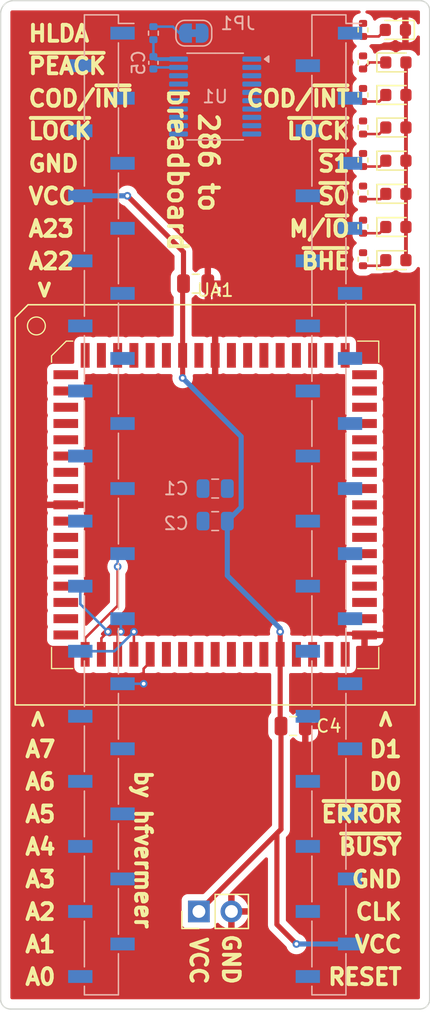
<source format=kicad_pcb>
(kicad_pcb (version 20240108) (generator "pcbnew") (generator_version "8.0")
  (layers (0 "F.Cu" signal) (31 "B.Cu" signal) (34 "B.Paste" user) (35 "F.Paste" user) (36 "B.SilkS" user "B.Silkscreen") (37 "F.SilkS" user "F.Silkscreen") (38 "B.Mask" user) (39 "F.Mask" user) (44 "Edge.Cuts" user))
  (net 0 "")
  (net 6 "/A20")
  (net 7 "/A3")
  (net 8 "/CLK")
  (net 9 "/HLDA")
  (net 10 "VCC")
  (net 11 "/~{BUSY}")
  (net 12 "/A6")
  (net 13 "/A10")
  (net 14 "/NMI")
  (net 15 "/~{LOCK}")
  (net 16 "/D10")
  (net 17 "/D8")
  (net 18 "GND")
  (net 19 "/A12")
  (net 20 "/RESET")
  (net 21 "/~{S1}")
  (net 22 "/~{ERROR}")
  (net 23 "/A16")
  (net 24 "/D11")
  (net 25 "/D5")
  (net 26 "/A21")
  (net 27 "/A0")
  (net 28 "/HOLD")
  (net 29 "/A1")
  (net 30 "/A13")
  (net 31 "/A18")
  (net 32 "/M{slash}~{IO}")
  (net 33 "/A14")
  (net 34 "/A22")
  (net 35 "/D12")
  (net 36 "/D7")
  (net 37 "/PEREQ")
  (net 38 "/A9")
  (net 39 "/D4")
  (net 40 "/D9")
  (net 41 "/~{S0}")
  (net 42 "/A2")
  (net 43 "/D0")
  (net 44 "/A11")
  (net 45 "/A7")
  (net 46 "/~{READY}")
  (net 47 "/COD{slash}~{INTA}")
  (net 48 "/A23")
  (net 49 "/D14")
  (net 50 "/A5")
  (net 51 "/A15")
  (net 52 "/D13")
  (net 53 "/A4")
  (net 54 "/D6")
  (net 55 "/A8")
  (net 56 "/INTR")
  (net 57 "/~{BHE}")
  (net 58 "/~{PEACK}")
  (net 59 "/D15")
  (net 60 "/A17")
  (net 61 "/D1")
  (net 62 "/D2")
  (net 63 "/D3")
  (net 64 "/A19")
  (net 65 "Net-(D1-A)")
  (net 66 "Net-(D2-K)")
  (net 67 "Net-(D3-K)")
  (net 68 "Net-(D4-K)")
  (net 69 "Net-(D5-K)")
  (net 70 "Net-(D6-K)")
  (net 71 "Net-(D7-K)")
  (net 72 "Net-(D8-K)")
  (net 73 "Net-(U1-1Y0)")
  (net 74 "Net-(U1-1Y1)")
  (net 75 "Net-(U1-1Y2)")
  (net 76 "Net-(U1-1Y3)")
  (net 77 "Net-(U1-2Y0)")
  (net 78 "Net-(U1-2Y1)")
  (net 79 "Net-(U1-2Y2)")
  (net 80 "Net-(U1-2Y3)")
  (net 81 "Net-(UA1-CAP)")
  (net 82 "/LED")
  (footprint "LED_SMD:LED_0603_1608Metric" (layer "F.Cu") (at 162.7125 61.01)
    (property "Reference" "D5" (hide yes))
    (property "Value" "HLDA" (hide yes))
    (pad "1" smd roundrect (at -0.7875 0) (size 0.875 0.95) (layers "F.Cu" "F.Paste" "F.Mask") (net 69 "Net-(D5-K)"))
    (pad "2" smd roundrect (at 0.7875 0) (size 0.875 0.95) (layers "F.Cu" "F.Paste" "F.Mask") (net 10 "VCC"))
  )
  (footprint "286_plcc_socket:PLCC-68_SMD-Socket" (layer "F.Cu") (at 148.59 87.884)
    (property "Reference" "UA1" (at 0 -16.764 360) (layer "F.SilkS"))
    (property "Value" "80286_PLCC" (hide yes))
    (pad "1" smd rect (at -11.6725 -10.16) (size 1.925 0.7) (layers "F.Cu" "F.Paste" "F.Mask") (net 57 "/~{BHE}"))
    (pad "2" smd rect (at -11.6725 -8.89) (size 1.925 0.7) (layers "F.Cu" "F.Paste" "F.Mask"))
    (pad "3" smd rect (at -11.6725 -7.62) (size 1.925 0.7) (layers "F.Cu" "F.Paste" "F.Mask"))
    (pad "4" smd rect (at -11.6725 -6.35) (size 1.925 0.7) (layers "F.Cu" "F.Paste" "F.Mask") (net 21 "/~{S1}"))
    (pad "5" smd rect (at -11.6725 -5.08) (size 1.925 0.7) (layers "F.Cu" "F.Paste" "F.Mask") (net 41 "/~{S0}"))
    (pad "6" smd rect (at -11.6725 -3.81) (size 1.925 0.7) (layers "F.Cu" "F.Paste" "F.Mask") (net 58 "/~{PEACK}"))
    (pad "7" smd rect (at -11.6725 -2.54) (size 1.925 0.7) (layers "F.Cu" "F.Paste" "F.Mask") (net 48 "/A23"))
    (pad "8" smd rect (at -11.6725 -1.27) (size 1.925 0.7) (layers "F.Cu" "F.Paste" "F.Mask") (net 34 "/A22"))
    (pad "9" smd rect (at -11.6725 0) (size 1.925 0.7) (layers "F.Cu" "F.Paste" "F.Mask") (net 18 "GND"))
    (pad "10" smd rect (at -11.6725 1.27) (size 1.925 0.7) (layers "F.Cu" "F.Paste" "F.Mask") (net 26 "/A21"))
    (pad "11" smd rect (at -11.6725 2.54) (size 1.925 0.7) (layers "F.Cu" "F.Paste" "F.Mask") (net 6 "/A20"))
    (pad "12" smd rect (at -11.6725 3.81) (size 1.925 0.7) (layers "F.Cu" "F.Paste" "F.Mask") (net 64 "/A19"))
    (pad "13" smd rect (at -11.6725 5.08) (size 1.925 0.7) (layers "F.Cu" "F.Paste" "F.Mask") (net 31 "/A18"))
    (pad "14" smd rect (at -11.6725 6.35) (size 1.925 0.7) (layers "F.Cu" "F.Paste" "F.Mask") (net 60 "/A17"))
    (pad "15" smd rect (at -11.6725 7.62) (size 1.925 0.7) (layers "F.Cu" "F.Paste" "F.Mask") (net 23 "/A16"))
    (pad "16" smd rect (at -11.6725 8.89) (size 1.925 0.7) (layers "F.Cu" "F.Paste" "F.Mask") (net 51 "/A15"))
    (pad "17" smd rect (at -11.6725 10.16) (size 1.925 0.7) (layers "F.Cu" "F.Paste" "F.Mask") (net 33 "/A14"))
    (pad "18" smd rect (at -10.16 11.6725) (size 0.7 1.925) (layers "F.Cu" "F.Paste" "F.Mask") (net 30 "/A13"))
    (pad "19" smd rect (at -8.89 11.6725) (size 0.7 1.925) (layers "F.Cu" "F.Paste" "F.Mask") (net 19 "/A12"))
    (pad "20" smd rect (at -7.62 11.6725) (size 0.7 1.925) (layers "F.Cu" "F.Paste" "F.Mask") (net 44 "/A11"))
    (pad "21" smd rect (at -6.35 11.6725) (size 0.7 1.925) (layers "F.Cu" "F.Paste" "F.Mask") (net 13 "/A10"))
    (pad "22" smd rect (at -5.08 11.6725) (size 0.7 1.925) (layers "F.Cu" "F.Paste" "F.Mask") (net 38 "/A9"))
    (pad "23" smd rect (at -3.81 11.6725) (size 0.7 1.925) (layers "F.Cu" "F.Paste" "F.Mask") (net 55 "/A8"))
    (pad "24" smd rect (at -2.54 11.6725) (size 0.7 1.925) (layers "F.Cu" "F.Paste" "F.Mask") (net 45 "/A7"))
    (pad "25" smd rect (at -1.27 11.6725) (size 0.7 1.925) (layers "F.Cu" "F.Paste" "F.Mask") (net 12 "/A6"))
    (pad "26" smd rect (at 0 11.6725) (size 0.7 1.925) (layers "F.Cu" "F.Paste" "F.Mask") (net 50 "/A5"))
    (pad "27" smd rect (at 1.27 11.6725) (size 0.7 1.925) (layers "F.Cu" "F.Paste" "F.Mask") (net 53 "/A4"))
    (pad "28" smd rect (at 2.54 11.6725) (size 0.7 1.925) (layers "F.Cu" "F.Paste" "F.Mask") (net 7 "/A3"))
    (pad "29" smd rect (at 3.81 11.6725) (size 0.7 1.925) (layers "F.Cu" "F.Paste" "F.Mask") (net 20 "/RESET"))
    (pad "30" smd rect (at 5.08 11.6725) (size 0.7 1.925) (layers "F.Cu" "F.Paste" "F.Mask") (net 10 "VCC"))
    (pad "31" smd rect (at 6.35 11.6725) (size 0.7 1.925) (layers "F.Cu" "F.Paste" "F.Mask") (net 8 "/CLK"))
    (pad "32" smd rect (at 7.62 11.6725) (size 0.7 1.925) (layers "F.Cu" "F.Paste" "F.Mask") (net 42 "/A2"))
    (pad "33" smd rect (at 8.89 11.6725) (size 0.7 1.925) (layers "F.Cu" "F.Paste" "F.Mask") (net 29 "/A1"))
    (pad "34" smd rect (at 10.16 11.6725) (size 0.7 1.925) (layers "F.Cu" "F.Paste" "F.Mask") (net 27 "/A0"))
    (pad "35" smd rect (at 11.6725 10.16) (size 1.925 0.7) (layers "F.Cu" "F.Paste" "F.Mask") (net 18 "GND"))
    (pad "36" smd rect (at 11.6725 8.89) (size 1.925 0.7) (layers "F.Cu" "F.Paste" "F.Mask") (net 43 "/D0"))
    (pad "37" smd rect (at 11.6725 7.62) (size 1.925 0.7) (layers "F.Cu" "F.Paste" "F.Mask") (net 17 "/D8"))
    (pad "38" smd rect (at 11.6725 6.35) (size 1.925 0.7) (layers "F.Cu" "F.Paste" "F.Mask") (net 61 "/D1"))
    (pad "39" smd rect (at 11.6725 5.08) (size 1.925 0.7) (layers "F.Cu" "F.Paste" "F.Mask") (net 40 "/D9"))
    (pad "40" smd rect (at 11.6725 3.81) (size 1.925 0.7) (layers "F.Cu" "F.Paste" "F.Mask") (net 62 "/D2"))
    (pad "41" smd rect (at 11.6725 2.54) (size 1.925 0.7) (layers "F.Cu" "F.Paste" "F.Mask") (net 16 "/D10"))
    (pad "42" smd rect (at 11.6725 1.27) (size 1.925 0.7) (layers "F.Cu" "F.Paste" "F.Mask") (net 63 "/D3"))
    (pad "43" smd rect (at 11.6725 0) (size 1.925 0.7) (layers "F.Cu" "F.Paste" "F.Mask") (net 24 "/D11"))
    (pad "44" smd rect (at 11.6725 -1.27) (size 1.925 0.7) (layers "F.Cu" "F.Paste" "F.Mask") (net 39 "/D4"))
    (pad "45" smd rect (at 11.6725 -2.54) (size 1.925 0.7) (layers "F.Cu" "F.Paste" "F.Mask") (net 35 "/D12"))
    (pad "46" smd rect (at 11.6725 -3.81) (size 1.925 0.7) (layers "F.Cu" "F.Paste" "F.Mask") (net 25 "/D5"))
    (pad "47" smd rect (at 11.6725 -5.08) (size 1.925 0.7) (layers "F.Cu" "F.Paste" "F.Mask") (net 52 "/D13"))
    (pad "48" smd rect (at 11.6725 -6.35) (size 1.925 0.7) (layers "F.Cu" "F.Paste" "F.Mask") (net 54 "/D6"))
    (pad "49" smd rect (at 11.6725 -7.62) (size 1.925 0.7) (layers "F.Cu" "F.Paste" "F.Mask") (net 49 "/D14"))
    (pad "50" smd rect (at 11.6725 -8.89) (size 1.925 0.7) (layers "F.Cu" "F.Paste" "F.Mask") (net 36 "/D7"))
    (pad "51" smd rect (at 11.6725 -10.16) (size 1.925 0.7) (layers "F.Cu" "F.Paste" "F.Mask") (net 59 "/D15"))
    (pad "52" smd rect (at 10.16 -11.6725) (size 0.7 1.925) (layers "F.Cu" "F.Paste" "F.Mask") (net 81 "Net-(UA1-CAP)"))
    (pad "53" smd rect (at 8.89 -11.6725) (size 0.7 1.925) (layers "F.Cu" "F.Paste" "F.Mask") (net 22 "/~{ERROR}"))
    (pad "54" smd rect (at 7.62 -11.6725) (size 0.7 1.925) (layers "F.Cu" "F.Paste" "F.Mask") (net 11 "/~{BUSY}"))
    (pad "55" smd rect (at 6.35 -11.6725) (size 0.7 1.925) (layers "F.Cu" "F.Paste" "F.Mask"))
    (pad "56" smd rect (at 5.08 -11.6725) (size 0.7 1.925) (layers "F.Cu" "F.Paste" "F.Mask"))
    (pad "57" smd rect (at 3.81 -11.6725) (size 0.7 1.925) (layers "F.Cu" "F.Paste" "F.Mask") (net 56 "/INTR"))
    (pad "58" smd rect (at 2.54 -11.6725) (size 0.7 1.925) (layers "F.Cu" "F.Paste" "F.Mask"))
    (pad "59" smd rect (at 1.27 -11.6725) (size 0.7 1.925) (layers "F.Cu" "F.Paste" "F.Mask") (net 14 "/NMI"))
    (pad "60" smd rect (at 0 -11.6725) (size 0.7 1.925) (layers "F.Cu" "F.Paste" "F.Mask") (net 18 "GND"))
    (pad "61" smd rect (at -1.27 -11.6725) (size 0.7 1.925) (layers "F.Cu" "F.Paste" "F.Mask") (net 37 "/PEREQ"))
    (pad "62" smd rect (at -2.54 -11.6725) (size 0.7 1.925) (layers "F.Cu" "F.Paste" "F.Mask") (net 10 "VCC"))
    (pad "63" smd rect (at -3.81 -11.6725) (size 0.7 1.925) (layers "F.Cu" "F.Paste" "F.Mask") (net 46 "/~{READY}"))
    (pad "64" smd rect (at -5.08 -11.6725) (size 0.7 1.925) (layers "F.Cu" "F.Paste" "F.Mask") (net 28 "/HOLD"))
    (pad "65" smd rect (at -6.35 -11.6725) (size 0.7 1.925) (layers "F.Cu" "F.Paste" "F.Mask") (net 9 "/HLDA"))
    (pad "66" smd rect (at -7.62 -11.6725) (size 0.7 1.925) (layers "F.Cu" "F.Paste" "F.Mask") (net 47 "/COD{slash}~{INTA}"))
    (pad "67" smd rect (at -8.89 -11.6725) (size 0.7 1.925) (layers "F.Cu" "F.Paste" "F.Mask") (net 32 "/M{slash}~{IO}"))
    (pad "68" smd rect (at -10.16 -11.6725) (size 0.7 1.925) (layers "F.Cu" "F.Paste" "F.Mask") (net 15 "/~{LOCK}"))
  )
  (footprint "Capacitor_SMD:C_0805_2012Metric" (layer "F.Cu") (at 154.686 105.156)
    (property "Reference" "C4" (at 2.794 0 0) (layer "F.SilkS"))
    (property "Value" "C" (hide yes))
    (pad "1" smd roundrect (at -0.95 0) (size 1 1.45) (layers "F.Cu" "F.Paste" "F.Mask") (net 10 "VCC"))
    (pad "2" smd roundrect (at 0.95 0) (size 1 1.45) (layers "F.Cu" "F.Paste" "F.Mask") (net 18 "GND"))
  )
  (footprint "Resistor_SMD:R_0402_1005Metric" (layer "F.Cu") (at 160.147 55.88 90)
    (property "Reference" "R3" (hide yes))
    (property "Value" "1k" (hide yes))
    (pad "1" smd roundrect (at -0.51 0 90) (size 0.54 0.64) (layers "F.Cu" "F.Paste" "F.Mask") (net 67 "Net-(D3-K)"))
    (pad "2" smd roundrect (at 0.51 0 90) (size 0.54 0.64) (layers "F.Cu" "F.Paste" "F.Mask") (net 75 "Net-(U1-1Y2)"))
  )
  (footprint "Capacitor_SMD:C_0805_2012Metric" (layer "F.Cu") (at 147.066 70.612)
    (property "Reference" "C3" (hide yes))
    (property "Value" "C")
    (pad "1" smd roundrect (at -0.95 0) (size 1 1.45) (layers "F.Cu" "F.Paste" "F.Mask") (net 10 "VCC"))
    (pad "2" smd roundrect (at 0.95 0) (size 1 1.45) (layers "F.Cu" "F.Paste" "F.Mask") (net 18 "GND"))
  )
  (footprint "Resistor_SMD:R_0402_1005Metric" (layer "F.Cu") (at 160.147 53.34 90)
    (property "Reference" "R2" (hide yes))
    (property "Value" "1k" (hide yes))
    (pad "1" smd roundrect (at -0.51 0 90) (size 0.54 0.64) (layers "F.Cu" "F.Paste" "F.Mask") (net 66 "Net-(D2-K)"))
    (pad "2" smd roundrect (at 0.51 0 90) (size 0.54 0.64) (layers "F.Cu" "F.Paste" "F.Mask") (net 74 "Net-(U1-1Y1)"))
  )
  (footprint "Resistor_SMD:R_0402_1005Metric" (layer "F.Cu") (at 160.147 58.42 90)
    (property "Reference" "R4" (hide yes))
    (property "Value" "1k" (hide yes))
    (pad "1" smd roundrect (at -0.51 0 90) (size 0.54 0.64) (layers "F.Cu" "F.Paste" "F.Mask") (net 68 "Net-(D4-K)"))
    (pad "2" smd roundrect (at 0.51 0 90) (size 0.54 0.64) (layers "F.Cu" "F.Paste" "F.Mask") (net 76 "Net-(U1-1Y3)"))
  )
  (footprint "Resistor_SMD:R_0402_1005Metric" (layer "F.Cu") (at 160.147 60.958 90)
    (property "Reference" "R5" (hide yes))
    (property "Value" "1k" (hide yes))
    (pad "1" smd roundrect (at -0.51 0 90) (size 0.54 0.64) (layers "F.Cu" "F.Paste" "F.Mask") (net 69 "Net-(D5-K)"))
    (pad "2" smd roundrect (at 0.51 0 90) (size 0.54 0.64) (layers "F.Cu" "F.Paste" "F.Mask") (net 77 "Net-(U1-2Y0)"))
  )
  (footprint "LED_SMD:LED_0603_1608Metric" (layer "F.Cu") (at 162.7125 63.6)
    (property "Reference" "D6" (hide yes))
    (property "Value" "HLDA" (hide yes))
    (pad "1" smd roundrect (at -0.7875 0) (size 0.875 0.95) (layers "F.Cu" "F.Paste" "F.Mask") (net 70 "Net-(D6-K)"))
    (pad "2" smd roundrect (at 0.7875 0) (size 0.875 0.95) (layers "F.Cu" "F.Paste" "F.Mask") (net 10 "VCC"))
  )
  (footprint "LED_SMD:LED_0603_1608Metric" (layer "F.Cu") (at 162.7125 55.88)
    (property "Reference" "D3" (hide yes))
    (property "Value" "HLDA" (hide yes))
    (pad "1" smd roundrect (at -0.7875 0) (size 0.875 0.95) (layers "F.Cu" "F.Paste" "F.Mask") (net 67 "Net-(D3-K)"))
    (pad "2" smd roundrect (at 0.7875 0) (size 0.875 0.95) (layers "F.Cu" "F.Paste" "F.Mask") (net 10 "VCC"))
  )
  (footprint "Resistor_SMD:R_0402_1005Metric" (layer "F.Cu") (at 160.147 63.502 90)
    (property "Reference" "R6" (hide yes))
    (property "Value" "1k" (hide yes))
    (pad "1" smd roundrect (at -0.51 0 90) (size 0.54 0.64) (layers "F.Cu" "F.Paste" "F.Mask") (net 70 "Net-(D6-K)"))
    (pad "2" smd roundrect (at 0.51 0 90) (size 0.54 0.64) (layers "F.Cu" "F.Paste" "F.Mask") (net 78 "Net-(U1-2Y1)"))
  )
  (footprint "LED_SMD:LED_0603_1608Metric" (layer "F.Cu") (at 162.7125 66.19)
    (property "Reference" "D7" (hide yes))
    (property "Value" "HLDA" (hide yes))
    (pad "1" smd roundrect (at -0.7875 0) (size 0.875 0.95) (layers "F.Cu" "F.Paste" "F.Mask") (net 71 "Net-(D7-K)"))
    (pad "2" smd roundrect (at 0.7875 0) (size 0.875 0.95) (layers "F.Cu" "F.Paste" "F.Mask") (net 10 "VCC"))
  )
  (footprint "LED_SMD:LED_0603_1608Metric" (layer "F.Cu") (at 162.7125 53.34)
    (property "Reference" "D2" (hide yes))
    (property "Value" "RED" (hide yes))
    (pad "1" smd roundrect (at -0.7875 0) (size 0.875 0.95) (layers "F.Cu" "F.Paste" "F.Mask") (net 66 "Net-(D2-K)"))
    (pad "2" smd roundrect (at 0.7875 0) (size 0.875 0.95) (layers "F.Cu" "F.Paste" "F.Mask") (net 10 "VCC"))
  )
  (footprint "Resistor_SMD:R_0402_1005Metric" (layer "F.Cu") (at 160.147 68.707 90)
    (property "Reference" "R8" (hide yes))
    (property "Value" "1k" (hide yes))
    (pad "1" smd roundrect (at -0.51 0 90) (size 0.54 0.64) (layers "F.Cu" "F.Paste" "F.Mask") (net 72 "Net-(D8-K)"))
    (pad "2" smd roundrect (at 0.51 0 90) (size 0.54 0.64) (layers "F.Cu" "F.Paste" "F.Mask") (net 80 "Net-(U1-2Y3)"))
  )
  (footprint "LED_SMD:LED_0603_1608Metric" (layer "F.Cu") (at 162.7125 68.78)
    (property "Reference" "D8" (hide yes))
    (property "Value" "HLDA" (hide yes))
    (pad "1" smd roundrect (at -0.7875 0) (size 0.875 0.95) (layers "F.Cu" "F.Paste" "F.Mask") (net 72 "Net-(D8-K)"))
    (pad "2" smd roundrect (at 0.7875 0) (size 0.875 0.95) (layers "F.Cu" "F.Paste" "F.Mask") (net 10 "VCC"))
  )
  (footprint "Resistor_SMD:R_0402_1005Metric" (layer "F.Cu") (at 160.147 66.165 90)
    (property "Reference" "R7" (hide yes))
    (property "Value" "1k" (hide yes))
    (pad "1" smd roundrect (at -0.51 0 90) (size 0.54 0.64) (layers "F.Cu" "F.Paste" "F.Mask") (net 71 "Net-(D7-K)"))
    (pad "2" smd roundrect (at 0.51 0 90) (size 0.54 0.64) (layers "F.Cu" "F.Paste" "F.Mask") (net 79 "Net-(U1-2Y2)"))
  )
  (footprint "Connector_PinHeader_2.54mm:PinHeader_1x02_P2.54mm_Vertical" (layer "F.Cu") (at 147.32 119.634 90)
    (property "Reference" "J3" (hide yes))
    (property "Value" "Conn_01x02" (hide yes))
    (pad "1" thru_hole rect (at 0 0 90) (size 1.7 1.7) (drill 1) (layers "*.Cu" "*.Mask" "In1.Cu" "In2.Cu" "In3.Cu" "In4.Cu" "In5.Cu" "In6.Cu" "In7.Cu" "In8.Cu" "In9.Cu" "In10.Cu" "In11.Cu" "In12.Cu" "In13.Cu" "In14.Cu" "In15.Cu" "In16.Cu" "In17.Cu" "In18.Cu" "In19.Cu" "In20.Cu" "In21.Cu" "In22.Cu" "In23.Cu" "In24.Cu" "In25.Cu" "In26.Cu" "In27.Cu" "In28.Cu" "In29.Cu" "In30.Cu") (net 10 "VCC"))
    (pad "2" thru_hole oval (at 0 2.54 90) (size 1.7 1.7) (drill 1) (layers "*.Cu" "*.Mask" "In1.Cu" "In2.Cu" "In3.Cu" "In4.Cu" "In5.Cu" "In6.Cu" "In7.Cu" "In8.Cu" "In9.Cu" "In10.Cu" "In11.Cu" "In12.Cu" "In13.Cu" "In14.Cu" "In15.Cu" "In16.Cu" "In17.Cu" "In18.Cu" "In19.Cu" "In20.Cu" "In21.Cu" "In22.Cu" "In23.Cu" "In24.Cu" "In25.Cu" "In26.Cu" "In27.Cu" "In28.Cu" "In29.Cu" "In30.Cu") (net 18 "GND"))
  )
  (footprint "LED_SMD:LED_0603_1608Metric" (layer "F.Cu") (at 162.7125 58.42)
    (property "Reference" "D4" (hide yes))
    (property "Value" "HLDA" (hide yes))
    (pad "1" smd roundrect (at -0.7875 0) (size 0.875 0.95) (layers "F.Cu" "F.Paste" "F.Mask") (net 68 "Net-(D4-K)"))
    (pad "2" smd roundrect (at 0.7875 0) (size 0.875 0.95) (layers "F.Cu" "F.Paste" "F.Mask") (net 10 "VCC"))
  )
  (footprint "Resistor_SMD:R_0402_1005Metric" (layer "F.Cu") (at 160.147 50.8 90)
    (property "Reference" "R1" (hide yes))
    (property "Value" "1k" (hide yes))
    (pad "1" smd roundrect (at -0.51 0 90) (size 0.54 0.64) (layers "F.Cu" "F.Paste" "F.Mask") (net 65 "Net-(D1-A)"))
    (pad "2" smd roundrect (at 0.51 0 90) (size 0.54 0.64) (layers "F.Cu" "F.Paste" "F.Mask") (net 73 "Net-(U1-1Y0)"))
  )
  (footprint "LED_SMD:LED_0603_1608Metric" (layer "F.Cu") (at 162.6725 50.8 180)
    (property "Reference" "D1" (hide yes))
    (property "Value" "RED" (hide yes))
    (pad "1" smd roundrect (at -0.7875 0 180) (size 0.875 0.95) (layers "F.Cu" "F.Paste" "F.Mask") (net 18 "GND"))
    (pad "2" smd roundrect (at 0.7875 0 180) (size 0.875 0.95) (layers "F.Cu" "F.Paste" "F.Mask") (net 65 "Net-(D1-A)"))
  )
  (footprint "Capacitor_SMD:C_0805_2012Metric" (layer "B.Cu") (at 148.59 86.614 180)
    (property "Reference" "C1" (at 3.048 0 0) (layer "B.SilkS") (effects (justify mirror)))
    (property "Value" "C")
    (pad "1" smd roundrect (at -0.95 0 180) (size 1 1.45) (layers "B.Cu" "B.Paste" "B.Mask") (net 81 "Net-(UA1-CAP)"))
    (pad "2" smd roundrect (at 0.95 0 180) (size 1 1.45) (layers "B.Cu" "B.Paste" "B.Mask") (net 18 "GND"))
  )
  (footprint "Connector_PinSocket_2.54mm:PinSocket_1x30_P2.54mm_Vertical_SMD_Pin1Left" (layer "B.Cu") (at 139.701 87.884 180)
    (property "Reference" "J2" (hide yes))
    (property "Value" "Conn_01x30")
    (pad "1" smd rect (at -1.65 36.83 180) (size 1.9 1) (layers "B.Cu" "B.Paste" "B.Mask") (net 28 "/HOLD"))
    (pad "2" smd rect (at 1.65 34.29 180) (size 1.9 1) (layers "B.Cu" "B.Paste" "B.Mask") (net 37 "/PEREQ"))
    (pad "3" smd rect (at -1.65 31.75 180) (size 1.9 1) (layers "B.Cu" "B.Paste" "B.Mask") (net 14 "/NMI"))
    (pad "4" smd rect (at 1.65 29.21 180) (size 1.9 1) (layers "B.Cu" "B.Paste" "B.Mask") (net 56 "/INTR"))
    (pad "5" smd rect (at -1.65 26.67 180) (size 1.9 1) (layers "B.Cu" "B.Paste" "B.Mask") (net 18 "GND"))
    (pad "6" smd rect (at 1.65 24.13 180) (size 1.9 1) (layers "B.Cu" "B.Paste" "B.Mask") (net 10 "VCC"))
    (pad "7" smd rect (at -1.65 21.59 180) (size 1.9 1) (layers "B.Cu" "B.Paste" "B.Mask") (net 48 "/A23"))
    (pad "8" smd rect (at 1.65 19.05 180) (size 1.9 1) (layers "B.Cu" "B.Paste" "B.Mask") (net 34 "/A22"))
    (pad "9" smd rect (at -1.65 16.51 180) (size 1.9 1) (layers "B.Cu" "B.Paste" "B.Mask") (net 26 "/A21"))
    (pad "10" smd rect (at 1.65 13.97 180) (size 1.9 1) (layers "B.Cu" "B.Paste" "B.Mask") (net 6 "/A20"))
    (pad "11" smd rect (at -1.65 11.43 180) (size 1.9 1) (layers "B.Cu" "B.Paste" "B.Mask") (net 64 "/A19"))
    (pad "12" smd rect (at 1.65 8.89 180) (size 1.9 1) (layers "B.Cu" "B.Paste" "B.Mask") (net 31 "/A18"))
    (pad "13" smd rect (at -1.65 6.35 180) (size 1.9 1) (layers "B.Cu" "B.Paste" "B.Mask") (net 60 "/A17"))
    (pad "14" smd rect (at 1.65 3.81 180) (size 1.9 1) (layers "B.Cu" "B.Paste" "B.Mask") (net 23 "/A16"))
    (pad "15" smd rect (at -1.65 1.27 180) (size 1.9 1) (layers "B.Cu" "B.Paste" "B.Mask") (net 51 "/A15"))
    (pad "16" smd rect (at 1.65 -1.27 180) (size 1.9 1) (layers "B.Cu" "B.Paste" "B.Mask") (net 33 "/A14"))
    (pad "17" smd rect (at -1.65 -3.81 180) (size 1.9 1) (layers "B.Cu" "B.Paste" "B.Mask") (net 30 "/A13"))
    (pad "18" smd rect (at 1.65 -6.35 180) (size 1.9 1) (layers "B.Cu" "B.Paste" "B.Mask") (net 19 "/A12"))
    (pad "19" smd rect (at -1.65 -8.89 180) (size 1.9 1) (layers "B.Cu" "B.Paste" "B.Mask") (net 44 "/A11"))
    (pad "20" smd rect (at 1.65 -11.43 180) (size 1.9 1) (layers "B.Cu" "B.Paste" "B.Mask") (net 13 "/A10"))
    (pad "21" smd rect (at -1.65 -13.97 180) (size 1.9 1) (layers "B.Cu" "B.Paste" "B.Mask") (net 38 "/A9"))
    (pad "22" smd rect (at 1.65 -16.51 180) (size 1.9 1) (layers "B.Cu" "B.Paste" "B.Mask") (net 55 "/A8"))
    (pad "23" smd rect (at -1.65 -19.05 180) (size 1.9 1) (layers "B.Cu" "B.Paste" "B.Mask") (net 45 "/A7"))
    (pad "24" smd rect (at 1.65 -21.59 180) (size 1.9 1) (layers "B.Cu" "B.Paste" "B.Mask") (net 12 "/A6"))
    (pad "25" smd rect (at -1.65 -24.13 180) (size 1.9 1) (layers "B.Cu" "B.Paste" "B.Mask") (net 50 "/A5"))
    (pad "26" smd rect (at 1.65 -26.67 180) (size 1.9 1) (layers "B.Cu" "B.Paste" "B.Mask") (net 53 "/A4"))
    (pad "27" smd rect (at -1.65 -29.21 180) (size 1.9 1) (layers "B.Cu" "B.Paste" "B.Mask") (net 7 "/A3"))
    (pad "28" smd rect (at 1.65 -31.75 180) (size 1.9 1) (layers "B.Cu" "B.Paste" "B.Mask") (net 42 "/A2"))
    (pad "29" smd rect (at -1.65 -34.29 180) (size 1.9 1) (layers "B.Cu" "B.Paste" "B.Mask") (net 29 "/A1"))
    (pad "30" smd rect (at 1.65 -36.83 180) (size 1.9 1) (layers "B.Cu" "B.Paste" "B.Mask") (net 27 "/A0"))
  )
  (footprint "Connector_PinSocket_2.54mm:PinSocket_1x30_P2.54mm_Vertical_SMD_Pin1Left" (layer "B.Cu") (at 157.481 87.884 180)
    (property "Reference" "J1" (hide yes))
    (property "Value" "Conn_01x30")
    (pad "1" smd rect (at -1.65 36.83 180) (size 1.9 1) (layers "B.Cu" "B.Paste" "B.Mask") (net 9 "/HLDA"))
    (pad "2" smd rect (at 1.65 34.29 180) (size 1.9 1) (layers "B.Cu" "B.Paste" "B.Mask") (net 58 "/~{PEACK}"))
    (pad "3" smd rect (at -1.65 31.75 180) (size 1.9 1) (layers "B.Cu" "B.Paste" "B.Mask") (net 47 "/COD{slash}~{INTA}"))
    (pad "4" smd rect (at 1.65 29.21 180) (size 1.9 1) (layers "B.Cu" "B.Paste" "B.Mask") (net 15 "/~{LOCK}"))
    (pad "5" smd rect (at -1.65 26.67 180) (size 1.9 1) (layers "B.Cu" "B.Paste" "B.Mask") (net 21 "/~{S1}"))
    (pad "6" smd rect (at 1.65 24.13 180) (size 1.9 1) (layers "B.Cu" "B.Paste" "B.Mask") (net 41 "/~{S0}"))
    (pad "7" smd rect (at -1.65 21.59 180) (size 1.9 1) (layers "B.Cu" "B.Paste" "B.Mask") (net 32 "/M{slash}~{IO}"))
    (pad "8" smd rect (at 1.65 19.05 180) (size 1.9 1) (layers "B.Cu" "B.Paste" "B.Mask") (net 57 "/~{BHE}"))
    (pad "9" smd rect (at -1.65 16.51 180) (size 1.9 1) (layers "B.Cu" "B.Paste" "B.Mask") (net 59 "/D15"))
    (pad "10" smd rect (at 1.65 13.97 180) (size 1.9 1) (layers "B.Cu" "B.Paste" "B.Mask") (net 49 "/D14"))
    (pad "11" smd rect (at -1.65 11.43 180) (size 1.9 1) (layers "B.Cu" "B.Paste" "B.Mask") (net 52 "/D13"))
    (pad "12" smd rect (at 1.65 8.89 180) (size 1.9 1) (layers "B.Cu" "B.Paste" "B.Mask") (net 35 "/D12"))
    (pad "13" smd rect (at -1.65 6.35 180) (size 1.9 1) (layers "B.Cu" "B.Paste" "B.Mask") (net 24 "/D11"))
    (pad "14" smd rect (at 1.65 3.81 180) (size 1.9 1) (layers "B.Cu" "B.Paste" "B.Mask") (net 16 "/D10"))
    (pad "15" smd rect (at -1.65 1.27 180) (size 1.9 1) (layers "B.Cu" "B.Paste" "B.Mask") (net 40 "/D9"))
    (pad "16" smd rect (at 1.65 -1.27 180) (size 1.9 1) (layers "B.Cu" "B.Paste" "B.Mask") (net 17 "/D8"))
    (pad "17" smd rect (at -1.65 -3.81 180) (size 1.9 1) (layers "B.Cu" "B.Paste" "B.Mask") (net 36 "/D7"))
    (pad "18" smd rect (at 1.65 -6.35 180) (size 1.9 1) (layers "B.Cu" "B.Paste" "B.Mask") (net 54 "/D6"))
    (pad "19" smd rect (at -1.65 -8.89 180) (size 1.9 1) (layers "B.Cu" "B.Paste" "B.Mask") (net 25 "/D5"))
    (pad "20" smd rect (at 1.65 -11.43 180) (size 1.9 1) (layers "B.Cu" "B.Paste" "B.Mask") (net 39 "/D4"))
    (pad "21" smd rect (at -1.65 -13.97 180) (size 1.9 1) (layers "B.Cu" "B.Paste" "B.Mask") (net 63 "/D3"))
    (pad "22" smd rect (at 1.65 -16.51 180) (size 1.9 1) (layers "B.Cu" "B.Paste" "B.Mask") (net 62 "/D2"))
    (pad "23" smd rect (at -1.65 -19.05 180) (size 1.9 1) (layers "B.Cu" "B.Paste" "B.Mask") (net 61 "/D1"))
    (pad "24" smd rect (at 1.65 -21.59 180) (size 1.9 1) (layers "B.Cu" "B.Paste" "B.Mask") (net 43 "/D0"))
    (pad "25" smd rect (at -1.65 -24.13 180) (size 1.9 1) (layers "B.Cu" "B.Paste" "B.Mask") (net 22 "/~{ERROR}"))
    (pad "26" smd rect (at 1.65 -26.67 180) (size 1.9 1) (layers "B.Cu" "B.Paste" "B.Mask") (net 11 "/~{BUSY}"))
    (pad "27" smd rect (at -1.65 -29.21 180) (size 1.9 1) (layers "B.Cu" "B.Paste" "B.Mask") (net 18 "GND"))
    (pad "28" smd rect (at 1.65 -31.75 180) (size 1.9 1) (layers "B.Cu" "B.Paste" "B.Mask") (net 8 "/CLK"))
    (pad "29" smd rect (at -1.65 -34.29 180) (size 1.9 1) (layers "B.Cu" "B.Paste" "B.Mask") (net 10 "VCC"))
    (pad "30" smd rect (at 1.65 -36.83 180) (size 1.9 1) (layers "B.Cu" "B.Paste" "B.Mask") (net 20 "/RESET"))
  )
  (footprint "Package_SO:TSSOP-20_4.4x6.5mm_P0.65mm" (layer "B.Cu") (at 148.59 56.003 180)
    (property "Reference" "U1" (at 0 -0.004 0) (layer "B.SilkS") (effects (justify mirror)))
    (property "Value" "74HC244" (hide yes))
    (pad "1" smd roundrect (at -2.8625 2.925 180) (size 1.475 0.4) (layers "B.Cu" "B.Paste" "B.Mask") (net 82 "/LED"))
    (pad "2" smd roundrect (at -2.8625 2.275 180) (size 1.475 0.4) (layers "B.Cu" "B.Paste" "B.Mask") (net 9 "/HLDA"))
    (pad "3" smd roundrect (at -2.8625 1.625 180) (size 1.475 0.4) (layers "B.Cu" "B.Paste" "B.Mask") (net 77 "Net-(U1-2Y0)"))
    (pad "4" smd roundrect (at -2.8625 0.975 180) (size 1.475 0.4) (layers "B.Cu" "B.Paste" "B.Mask") (net 58 "/~{PEACK}"))
    (pad "5" smd roundrect (at -2.8625 0.325 180) (size 1.475 0.4) (layers "B.Cu" "B.Paste" "B.Mask") (net 78 "Net-(U1-2Y1)"))
    (pad "6" smd roundrect (at -2.8625 -0.325 180) (size 1.475 0.4) (layers "B.Cu" "B.Paste" "B.Mask") (net 47 "/COD{slash}~{INTA}"))
    (pad "7" smd roundrect (at -2.8625 -0.975 180) (size 1.475 0.4) (layers "B.Cu" "B.Paste" "B.Mask") (net 79 "Net-(U1-2Y2)"))
    (pad "8" smd roundrect (at -2.8625 -1.625 180) (size 1.475 0.4) (layers "B.Cu" "B.Paste" "B.Mask") (net 15 "/~{LOCK}"))
    (pad "9" smd roundrect (at -2.8625 -2.275 180) (size 1.475 0.4) (layers "B.Cu" "B.Paste" "B.Mask") (net 80 "Net-(U1-2Y3)"))
    (pad "10" smd roundrect (at -2.8625 -2.925 180) (size 1.475 0.4) (layers "B.Cu" "B.Paste" "B.Mask") (net 18 "GND"))
    (pad "11" smd roundrect (at 2.8625 -2.925 180) (size 1.475 0.4) (layers "B.Cu" "B.Paste" "B.Mask") (net 57 "/~{BHE}"))
    (pad "12" smd roundrect (at 2.8625 -2.275 180) (size 1.475 0.4) (layers "B.Cu" "B.Paste" "B.Mask") (net 76 "Net-(U1-1Y3)"))
    (pad "13" smd roundrect (at 2.8625 -1.625 180) (size 1.475 0.4) (layers "B.Cu" "B.Paste" "B.Mask") (net 32 "/M{slash}~{IO}"))
    (pad "14" smd roundrect (at 2.8625 -0.975 180) (size 1.475 0.4) (layers "B.Cu" "B.Paste" "B.Mask") (net 75 "Net-(U1-1Y2)"))
    (pad "15" smd roundrect (at 2.8625 -0.325 180) (size 1.475 0.4) (layers "B.Cu" "B.Paste" "B.Mask") (net 41 "/~{S0}"))
    (pad "16" smd roundrect (at 2.8625 0.325 180) (size 1.475 0.4) (layers "B.Cu" "B.Paste" "B.Mask") (net 74 "Net-(U1-1Y1)"))
    (pad "17" smd roundrect (at 2.8625 0.975 180) (size 1.475 0.4) (layers "B.Cu" "B.Paste" "B.Mask") (net 21 "/~{S1}"))
    (pad "18" smd roundrect (at 2.8625 1.625 180) (size 1.475 0.4) (layers "B.Cu" "B.Paste" "B.Mask") (net 73 "Net-(U1-1Y0)"))
    (pad "19" smd roundrect (at 2.8625 2.275 180) (size 1.475 0.4) (layers "B.Cu" "B.Paste" "B.Mask") (net 18 "GND"))
    (pad "20" smd roundrect (at 2.8625 2.925 180) (size 1.475 0.4) (layers "B.Cu" "B.Paste" "B.Mask") (net 10 "VCC"))
  )
  (footprint "Resistor_SMD:R_0402_1005Metric" (layer "B.Cu") (at 143.764 51.054 90)
    (property "Reference" "R9" (hide yes))
    (property "Value" "1k" (hide yes))
    (pad "1" smd roundrect (at -0.51 0 90) (size 0.54 0.64) (layers "B.Cu" "B.Paste" "B.Mask") (net 10 "VCC"))
    (pad "2" smd roundrect (at 0.51 0 90) (size 0.54 0.64) (layers "B.Cu" "B.Paste" "B.Mask") (net 82 "/LED"))
  )
  (footprint "Jumper:SolderJumper-2_P1.3mm_Bridged_RoundedPad1.0x1.5mm" (layer "B.Cu") (at 146.924 51.054 180)
    (property "Reference" "JP1" (at -3.444 0.762 0) (layer "B.SilkS") (effects (justify mirror)))
    (property "Value" "Bridged")
    (fp_poly (pts (xy 0.25 0.3) (xy -0.25 0.3) (xy -0.25 -0.3) (xy 0.25 -0.3)) (fill solid) (layer "B.Cu"))
    (pad "1" smd custom (at -0.65 0 180) (size 1 0.5) (layers "B.Cu" "B.Mask") (net 18 "GND") (options (clearance outline) (anchor rect)) (primitives (gr_circle (center 0 -0.25) (end 0.5 -0.25) (width 0) (fill yes)) (gr_circle (center 0 0.25) (end 0.5 0.25) (width 0) (fill yes)) (gr_poly (pts (xy 0.5 -0.75) (xy 0 -0.75) (xy 0 0.75) (xy 0.5 0.75)) (width 0) (fill yes))))
    (pad "2" smd custom (at 0.65 0 180) (size 1 0.5) (layers "B.Cu" "B.Mask") (net 82 "/LED") (options (clearance outline) (anchor rect)) (primitives (gr_circle (center 0 -0.25) (end 0.5 -0.25) (width 0) (fill yes)) (gr_circle (center 0 0.25) (end 0.5 0.25) (width 0) (fill yes)) (gr_poly (pts (xy 0 -0.75) (xy -0.5 -0.75) (xy -0.5 0.75) (xy 0 0.75)) (width 0) (fill yes))))
  )
  (footprint "Capacitor_SMD:C_0805_2012Metric" (layer "B.Cu") (at 148.59 89.154 180)
    (property "Reference" "C2" (at 3.048 -0.178 0) (layer "B.SilkS") (effects (justify mirror)))
    (property "Value" "C")
    (pad "1" smd roundrect (at -0.95 0 180) (size 1 1.45) (layers "B.Cu" "B.Paste" "B.Mask") (net 10 "VCC"))
    (pad "2" smd roundrect (at 0.95 0 180) (size 1 1.45) (layers "B.Cu" "B.Paste" "B.Mask") (net 18 "GND"))
  )
  (footprint "Capacitor_SMD:C_0402_1005Metric" (layer "B.Cu") (at 143.764 53.368 -90)
    (property "Reference" "C5" (at 0 1.16 90) (layer "B.SilkS") (effects (justify mirror)))
    (property "Value" "C")
    (pad "1" smd roundrect (at -0.48 0 270) (size 0.56 0.62) (layers "B.Cu" "B.Paste" "B.Mask") (net 10 "VCC"))
    (pad "2" smd roundrect (at 0.48 0 270) (size 0.56 0.62) (layers "B.Cu" "B.Paste" "B.Mask") (net 18 "GND"))
  )
  (gr_line (start 132.588 127.254) (end 164.592 127.254) (stroke (width 0.1)) (layer "Edge.Cuts"))
  (gr_arc (start 164.592 48.514) (mid 165.130815 48.737185) (end 165.354 49.276) (stroke (width 0.1)) (layer "Edge.Cuts"))
  (gr_line (start 131.826 49.53) (end 131.826 126.492) (stroke (width 0.1)) (layer "Edge.Cuts"))
  (gr_line (start 165.354 126.492) (end 165.354 49.276) (stroke (width 0.1)) (layer "Edge.Cuts"))
  (gr_line (start 164.592 48.514) (end 132.842 48.514) (stroke (width 0.1)) (layer "Edge.Cuts"))
  (gr_arc (start 165.354 126.492) (mid 165.130815 127.030815) (end 164.592 127.254) (stroke (width 0.1)) (layer "Edge.Cuts"))
  (gr_arc (start 131.826 49.53) (mid 132.12358 48.81158) (end 132.842 48.514) (stroke (width 0.1)) (layer "Edge.Cuts"))
  (gr_arc (start 132.588 127.254) (mid 132.049185 127.030815) (end 131.826 126.492) (stroke (width 0.1)) (layer "Edge.Cuts"))
  (gr_text "by hfvermeer" (at 142.24 114.808 -90) (layer "F.SilkS") (effects (font (size 1.25 1.25) (thickness 0.3) (bold yes)) (justify bottom)))
  (gr_text "D0" (at 163.322 110.236 0) (layer "F.SilkS") (effects (font (size 1.25 1.25) (thickness 0.3) (bold yes)) (justify right bottom)))
  (gr_text "A1" (at 133.604 122.936 0) (layer "F.SilkS") (effects (font (size 1.25 1.25) (thickness 0.3) (bold yes)) (justify left bottom)))
  (gr_text ">" (at 162.56 103.632 90) (layer "F.SilkS") (effects (font (size 1.25 1.25) (thickness 0.3) (bold yes)) (justify right bottom)))
  (gr_text "CLK" (at 163.322 120.396 0) (layer "F.SilkS") (effects (font (size 1.25 1.25) (thickness 0.3) (bold yes)) (justify right bottom)))
  (gr_text "GND" (at 149.098 125.476 -90) (layer "F.SilkS") (effects (font (size 1.25 1.25) (thickness 0.3) (bold yes)) (justify right bottom)))
  (gr_text "COD/~{INT}" (at 133.858 56.896 0) (layer "F.SilkS") (effects (font (size 1.25 1.25) (thickness 0.3) (bold yes)) (justify left bottom)))
  (gr_text "GND" (at 133.858 61.976 0) (layer "F.SilkS") (effects (font (size 1.25 1.25) (thickness 0.3) (bold yes)) (justify left bottom)))
  (gr_text "~{ERROR}" (at 163.322 112.776 0) (layer "F.SilkS") (effects (font (size 1.25 1.25) (thickness 0.3) (bold yes)) (justify right bottom)))
  (gr_text "HLDA" (at 133.858 51.816 0) (layer "F.SilkS") (effects (font (size 1.25 1.25) (thickness 0.3) (bold yes)) (justify left bottom)))
  (gr_text "A2" (at 133.604 120.396 0) (layer "F.SilkS") (effects (font (size 1.25 1.25) (thickness 0.3) (bold yes)) (justify left bottom)))
  (gr_text "A22" (at 133.858 69.596 0) (layer "F.SilkS") (effects (font (size 1.25 1.25) (thickness 0.3) (bold yes)) (justify left bottom)))
  (gr_text "A4" (at 133.604 115.316 0) (layer "F.SilkS") (effects (font (size 1.25 1.25) (thickness 0.3) (bold yes)) (justify left bottom)))
  (gr_text "RESET" (at 163.322 125.476 0) (layer "F.SilkS") (effects (font (size 1.25 1.25) (thickness 0.3) (bold yes)) (justify right bottom)))
  (gr_text "~{PEACK}" (at 133.858 54.356 0) (layer "F.SilkS") (effects (font (size 1.25 1.25) (thickness 0.3) (bold yes)) (justify left bottom)))
  (gr_text "~{S0}" (at 159.258 64.516 0) (layer "F.SilkS") (effects (font (size 1.25 1.25) (thickness 0.3) (bold yes)) (justify right bottom)))
  (gr_text "M/~{IO}" (at 159.258 67.056 0) (layer "F.SilkS") (effects (font (size 1.25 1.25) (thickness 0.3) (bold yes)) (justify right bottom)))
  (gr_text "~{LOCK}" (at 133.858 59.436 0) (layer "F.SilkS") (effects (font (size 1.25 1.25) (thickness 0.3) (bold yes)) (justify left bottom)))
  (gr_text "COD/~{INT}" (at 159.258 56.896 0) (layer "F.SilkS") (effects (font (size 1.25 1.25) (thickness 0.3) (bold yes)) (justify right bottom)))
  (gr_text "A7" (at 133.604 107.696 0) (layer "F.SilkS") (effects (font (size 1.25 1.25) (thickness 0.3) (bold yes)) (justify left bottom)))
  (gr_text "VCC" (at 146.558 125.476 -90) (layer "F.SilkS") (effects (font (size 1.25 1.25) (thickness 0.3) (bold yes)) (justify right bottom)))
  (gr_text "~{LOCK}" (at 159.258 59.436 0) (layer "F.SilkS") (effects (font (size 1.25 1.25) (thickness 0.3) (bold yes)) (justify right bottom)))
  (gr_text "A6" (at 133.604 110.236 0) (layer "F.SilkS") (effects (font (size 1.25 1.25) (thickness 0.3) (bold yes)) (justify left bottom)))
  (gr_text "~{BHE}" (at 159.258 69.596 0) (layer "F.SilkS") (effects (font (size 1.25 1.25) (thickness 0.3) (bold yes)) (justify right bottom)))
  (gr_text "~{S1}" (at 159.258 61.976 0) (layer "F.SilkS") (effects (font (size 1.25 1.25) (thickness 0.3) (bold yes)) (justify right bottom)))
  (gr_text "A3" (at 133.604 117.856 0) (layer "F.SilkS") (effects (font (size 1.25 1.25) (thickness 0.3) (bold yes)) (justify left bottom)))
  (gr_text "VCC" (at 133.858 64.516 0) (layer "F.SilkS") (effects (font (size 1.25 1.25) (thickness 0.3) (bold yes)) (justify left bottom)))
  (gr_text "A5" (at 133.604 112.776 0) (layer "F.SilkS") (effects (font (size 1.25 1.25) (thickness 0.3) (bold yes)) (justify left bottom)))
  (gr_text "286 to \nbreadboard" (at 144.78 61.722 -90) (layer "F.SilkS") (effects (font (size 1.5 1.5) (thickness 0.3) (bold yes)) (justify bottom)))
  (gr_text "D1" (at 163.322 107.696 0) (layer "F.SilkS") (effects (font (size 1.25 1.25) (thickness 0.3) (bold yes)) (justify right bottom)))
  (gr_text "~{BUSY}" (at 163.322 115.316 0) (layer "F.SilkS") (effects (font (size 1.25 1.25) (thickness 0.3) (bold yes)) (justify right bottom)))
  (gr_text "GND" (at 163.322 117.856 0) (layer "F.SilkS") (effects (font (size 1.25 1.25) (thickness 0.3) (bold yes)) (justify right bottom)))
  (gr_text ">" (at 135.382 103.632 90) (layer "F.SilkS") (effects (font (size 1.25 1.25) (thickness 0.3) (bold yes)) (justify right bottom)))
  (gr_text "<" (at 135.89 70.104 90) (layer "F.SilkS") (effects (font (size 1.25 1.25) (thickness 0.3) (bold yes)) (justify right bottom)))
  (gr_text "VCC" (at 163.322 122.936 0) (layer "F.SilkS") (effects (font (size 1.25 1.25) (thickness 0.3) (bold yes)) (justify right bottom)))
  (gr_text "A23" (at 133.858 67.056 0) (layer "F.SilkS") (effects (font (size 1.25 1.25) (thickness 0.3) (bold yes)) (justify left bottom)))
  (gr_text "A0" (at 133.604 125.476 0) (layer "F.SilkS") (effects (font (size 1.25 1.25) (thickness 0.3) (bold yes)) (justify left bottom)))
  (segment (start 146.05 76.2115) (end 146.05 70.678) (width 0.4) (layer "F.Cu") (net 10))
  (segment (start 153.67 105.09) (end 153.736 105.156) (width 0.4) (layer "F.Cu") (net 10))
  (segment (start 163.5 63.6) (end 163.5 66.19) (width 0.3) (layer "F.Cu") (net 10))
  (segment (start 153.736 105.156) (end 153.736 113.218) (width 0.4) (layer "F.Cu") (net 10))
  (segment (start 163.5 58.42) (end 163.5 61.01) (width 0.3) (layer "F.Cu") (net 10))
  (segment (start 153.67 99.5565) (end 153.67 97.79) (width 0.4) (layer "F.Cu") (net 10))
  (segment (start 146.116 70.612) (end 146.116 68.138) (width 0.4) (layer "F.Cu") (net 10))
  (segment (start 163.5 55.88) (end 163.5 58.42) (width 0.3) (layer "F.Cu") (net 10))
  (segment (start 163.5 61.01) (end 163.5 63.6) (width 0.3) (layer "F.Cu") (net 10))
  (segment (start 146.05 70.678) (end 146.116 70.612) (width 0.4) (layer "F.Cu") (net 10))
  (segment (start 153.67 99.5565) (end 153.67 105.09) (width 0.4) (layer "F.Cu") (net 10))
  (segment (start 163.5 53.34) (end 163.5 55.88) (width 0.3) (layer "F.Cu") (net 10))
  (segment (start 153.416 113.538) (end 153.416 120.65) (width 0.4) (layer "F.Cu") (net 10))
  (segment (start 153.736 113.218) (end 147.32 119.634) (width 0.4) (layer "F.Cu") (net 10))
  (segment (start 146.116 68.138) (end 141.732 63.754) (width 0.4) (layer "F.Cu") (net 10))
  (segment (start 146.05 76.2115) (end 146.05 77.978) (width 0.4) (layer "F.Cu") (net 10))
  (segment (start 163.5 66.19) (end 163.5 68.78) (width 0.3) (layer "F.Cu") (net 10))
  (segment (start 153.416 120.65) (end 154.94 122.174) (width 0.4) (layer "F.Cu") (net 10))
  (segment (start 153.736 113.218) (end 153.416 113.538) (width 0.4) (layer "F.Cu") (net 10))
  (via (at 146.05 77.978) (size 0.6) (drill 0.3) (layers "F.Cu" "B.Cu") (net 10))
  (via (at 153.67 97.79) (size 0.6) (drill 0.3) (layers "F.Cu" "B.Cu") (net 10))
  (via (at 154.94 122.174) (size 0.6) (drill 0.3) (layers "F.Cu" "B.Cu") (net 10))
  (via (at 141.732 63.754) (size 0.6) (drill 0.3) (layers "F.Cu" "B.Cu") (net 10))
  (segment (start 153.67 97.536) (end 149.54 93.406) (width 0.4) (layer "B.Cu") (net 10))
  (segment (start 145.7275 53.078) (end 143.954 53.078) (width 0.3) (layer "B.Cu") (net 10))
  (segment (start 154.94 122.174) (end 159.131 122.174) (width 0.4) (layer "B.Cu") (net 10))
  (segment (start 150.622 82.55) (end 150.622 88.072) (width 0.4) (layer "B.Cu") (net 10))
  (segment (start 149.54 93.406) (end 149.54 89.154) (width 0.4) (layer "B.Cu") (net 10))
  (segment (start 150.622 88.072) (end 149.54 89.154) (width 0.4) (layer "B.Cu") (net 10))
  (segment (start 143.764 51.564) (end 143.764 52.888) (width 0.2) (layer "B.Cu") (net 10))
  (segment (start 141.732 63.754) (end 138.051 63.754) (width 0.4) (layer "B.Cu") (net 10))
  (segment (start 153.67 97.79) (end 153.67 97.536) (width 0.4) (layer "B.Cu") (net 10))
  (segment (start 146.05 77.978) (end 150.622 82.55) (width 0.4) (layer "B.Cu") (net 10))
  (segment (start 143.954 53.078) (end 143.764 52.888) (width 0.2) (layer "B.Cu") (net 10))
  (segment (start 142.24 99.5565) (end 142.24 97.79) (width 0.2) (layer "F.Cu") (net 13))
  (via (at 142.24 97.79) (size 0.6) (drill 0.3) (layers "F.Cu" "B.Cu") (net 13))
  (segment (start 142.24 97.79) (end 140.716 99.314) (width 0.2) (layer "B.Cu") (net 13))
  (segment (start 140.716 99.314) (end 138.051 99.314) (width 0.2) (layer "B.Cu") (net 13))
  (segment (start 155.636 105.156) (end 156.464 105.156) (width 0.4) (layer "F.Cu") (net 18))
  (segment (start 160.2625 101.3575) (end 160.2625 98.044) (width 0.4) (layer "F.Cu") (net 18))
  (segment (start 148.59 71.186) (end 148.016 70.612) (width 0.4) (layer "F.Cu") (net 18))
  (segment (start 148.59 76.2115) (end 148.59 71.186) (width 0.4) (layer "F.Cu") (net 18))
  (segment (start 156.464 105.156) (end 160.2625 101.3575) (width 0.4) (layer "F.Cu") (net 18))
  (segment (start 163.46 51.484) (end 163.46 50.8) (width 0.2) (layer "F.Cu") (net 18))
  (segment (start 143.884 53.728) (end 143.764 53.848) (width 0.2) (layer "B.Cu") (net 18))
  (segment (start 145.7275 53.728) (end 143.884 53.728) (width 0.2) (layer "B.Cu") (net 18))
  (segment (start 139.7 99.5565) (end 139.7 98.298) (width 0.2) (layer "F.Cu") (net 19))
  (segment (start 139.7 98.298) (end 140.208 97.79) (width 0.2) (layer "F.Cu") (net 19))
  (via (at 140.208 97.79) (size 0.6) (drill 0.3) (layers "F.Cu" "B.Cu") (net 19))
  (segment (start 140.208 97.79) (end 138.051 95.633) (width 0.2) (layer "B.Cu") (net 19))
  (segment (start 138.051 95.633) (end 138.051 94.234) (width 0.2) (layer "B.Cu") (net 19))
  (segment (start 139.954 96.774) (end 140.97 95.758) (width 0.2) (layer "F.Cu") (net 30))
  (segment (start 138.43 99.5565) (end 138.43 98.298) (width 0.2) (layer "F.Cu") (net 30))
  (segment (start 140.97 95.758) (end 140.97 92.71) (width 0.2) (layer "F.Cu") (net 30))
  (segment (start 138.43 98.298) (end 139.954 96.774) (width 0.2) (layer "F.Cu") (net 30))
  (via (at 140.97 92.71) (size 0.6) (drill 0.3) (layers "F.Cu" "B.Cu") (net 30))
  (segment (start 140.97 92.71) (end 140.97 92.075) (width 0.2) (layer "B.Cu") (net 30))
  (segment (start 140.97 92.075) (end 141.351 91.694) (width 0.2) (layer "B.Cu") (net 30))
  (segment (start 143.002 100.677) (end 143.002 101.854) (width 0.2) (layer "F.Cu") (net 38))
  (segment (start 143.51 99.5565) (end 143.51 100.169) (width 0.2) (layer "F.Cu") (net 38))
  (segment (start 143.51 100.169) (end 143.002 100.677) (width 0.2) (layer "F.Cu") (net 38))
  (via (at 143.002 101.854) (size 0.6) (drill 0.3) (layers "F.Cu" "B.Cu") (net 38))
  (segment (start 143.002 101.854) (end 141.351 101.854) (width 0.2) (layer "B.Cu") (net 38))
  (segment (start 140.97 98.044) (end 141.224 97.79) (width 0.2) (layer "F.Cu") (net 44))
  (segment (start 140.97 99.5565) (end 140.97 98.044) (width 0.2) (layer "F.Cu") (net 44))
  (via (at 141.224 97.79) (size 0.6) (drill 0.3) (layers "F.Cu" "B.Cu") (net 44))
  (segment (start 141.224 96.901) (end 141.351 96.774) (width 0.2) (layer "B.Cu") (net 44))
  (segment (start 141.224 97.79) (end 141.224 96.901) (width 0.2) (layer "B.Cu") (net 44))
  (segment (start 161.375 51.31) (end 161.885 50.8) (width 0.2) (layer "F.Cu") (net 65))
  (segment (start 160.147 51.31) (end 161.375 51.31) (width 0.2) (layer "F.Cu") (net 65))
  (segment (start 160.657 53.34) (end 160.147 53.85) (width 0.2) (layer "F.Cu") (net 66))
  (segment (start 161.925 53.34) (end 160.657 53.34) (width 0.2) (layer "F.Cu") (net 66))
  (segment (start 161.925 55.88) (end 161.415 56.39) (width 0.2) (layer "F.Cu") (net 67))
  (segment (start 161.415 56.39) (end 160.528 56.39) (width 0.2) (layer "F.Cu") (net 67))
  (segment (start 161.415 58.93) (end 160.147 58.93) (width 0.2) (layer "F.Cu") (net 68))
  (segment (start 161.925 58.42) (end 161.415 58.93) (width 0.2) (layer "F.Cu") (net 68))
  (segment (start 160.528 61.468) (end 161.467 61.468) (width 0.2) (layer "F.Cu") (net 69))
  (segment (start 161.467 61.468) (end 161.925 61.01) (width 0.2) (layer "F.Cu") (net 69))
  (segment (start 160.147 64.012) (end 161.513 64.012) (width 0.2) (layer "F.Cu") (net 70))
  (segment (start 161.513 64.012) (end 161.925 63.6) (width 0.2) (layer "F.Cu") (net 70))
  (segment (start 161.44 66.675) (end 160.147 66.675) (width 0.2) (layer "F.Cu") (net 71))
  (segment (start 161.925 66.19) (end 161.44 66.675) (width 0.2) (layer "F.Cu") (net 71))
  (segment (start 161.49 69.215) (end 160.149 69.215) (width 0.2) (layer "F.Cu") (net 72))
  (segment (start 160.149 69.215) (end 160.147 69.217) (width 0.2) (layer "F.Cu") (net 72))
  (segment (start 161.925 68.78) (end 161.49 69.215) (width 0.2) (layer "F.Cu") (net 72))
  (segment (start 145.286 50.544) (end 143.764 50.544) (width 0.2) (layer "B.Cu") (net 82))
  (segment (start 146.274 51.054) (end 145.796 51.054) (width 0.2) (layer "B.Cu") (net 82))
  (segment (start 145.796 51.054) (end 145.286 50.544) (width 0.2) (layer "B.Cu") (net 82))
  (zone (net 18) (net_name "GND") (layer "F.Cu") (connect_pads (clearance 0.5)) (min_thickness 0.25) (fill yes (thermal_gap 0.5) (thermal_bridge_width 0.5))
    (polygon (pts (xy 132.588 49.276) (xy 164.592 49.276) (xy 164.592 126.492) (xy 132.588 126.492)))
  )
)
</source>
